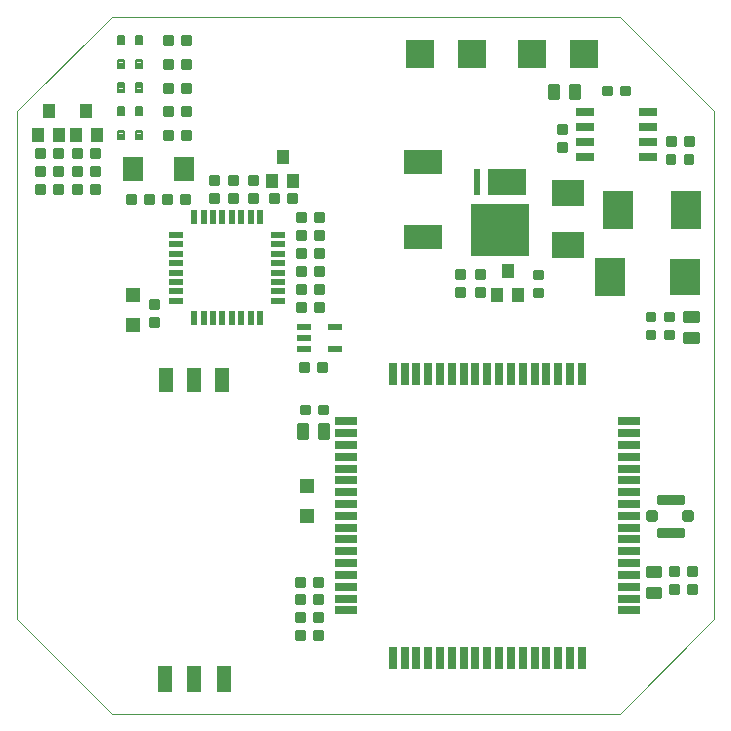
<source format=gtp>
G75*
%MOIN*%
%OFA0B0*%
%FSLAX24Y24*%
%IPPOS*%
%LPD*%
%AMOC8*
5,1,8,0,0,1.08239X$1,22.5*
%
%ADD10C,0.0000*%
%ADD11R,0.0260X0.0760*%
%ADD12R,0.0760X0.0260*%
%ADD13C,0.0088*%
%ADD14R,0.0472X0.0866*%
%ADD15R,0.0472X0.0787*%
%ADD16R,0.0600X0.0250*%
%ADD17R,0.1000X0.1200*%
%ADD18R,0.1000X0.1250*%
%ADD19C,0.0100*%
%ADD20R,0.0984X0.1260*%
%ADD21R,0.1080X0.0850*%
%ADD22C,0.0150*%
%ADD23C,0.0200*%
%ADD24R,0.0220X0.0500*%
%ADD25R,0.0500X0.0220*%
%ADD26R,0.1300X0.0800*%
%ADD27R,0.0240X0.0870*%
%ADD28R,0.1260X0.0866*%
%ADD29R,0.1969X0.1772*%
%ADD30R,0.0945X0.0945*%
%ADD31R,0.0472X0.0217*%
%ADD32R,0.0400X0.0450*%
%ADD33R,0.0500X0.0500*%
%ADD34C,0.0075*%
%ADD35R,0.0700X0.0800*%
D10*
X001579Y003519D02*
X001579Y020448D01*
X004728Y023597D01*
X021657Y023597D01*
X024807Y020448D01*
X024807Y003519D01*
X021657Y000369D01*
X004728Y000369D01*
X001579Y003519D01*
D11*
X014090Y002235D03*
X014484Y002235D03*
X014878Y002235D03*
X015272Y002235D03*
X015665Y002235D03*
X016059Y002235D03*
X016453Y002235D03*
X016846Y002235D03*
X017240Y002235D03*
X017634Y002235D03*
X018027Y002235D03*
X018421Y002235D03*
X018815Y002235D03*
X019209Y002235D03*
X019602Y002235D03*
X019996Y002235D03*
X020390Y002235D03*
X020390Y011684D03*
X019996Y011684D03*
X019602Y011684D03*
X019209Y011684D03*
X018815Y011684D03*
X018421Y011684D03*
X018027Y011684D03*
X017634Y011684D03*
X017240Y011684D03*
X016846Y011684D03*
X016453Y011684D03*
X016059Y011684D03*
X015665Y011684D03*
X015272Y011684D03*
X014878Y011684D03*
X014484Y011684D03*
X014090Y011684D03*
D12*
X012516Y010109D03*
X012516Y009715D03*
X012516Y009322D03*
X012516Y008928D03*
X012516Y008534D03*
X012516Y008141D03*
X012516Y007747D03*
X012516Y007353D03*
X012516Y006959D03*
X012516Y006566D03*
X012516Y006172D03*
X012516Y005778D03*
X012516Y005385D03*
X012516Y004991D03*
X012516Y004597D03*
X012516Y004204D03*
X012516Y003810D03*
X021964Y003810D03*
X021964Y004204D03*
X021964Y004597D03*
X021964Y004991D03*
X021964Y005385D03*
X021964Y005778D03*
X021964Y006172D03*
X021964Y006566D03*
X021964Y006959D03*
X021964Y007353D03*
X021964Y007747D03*
X021964Y008141D03*
X021964Y008534D03*
X021964Y008928D03*
X021964Y009322D03*
X021964Y009715D03*
X021964Y010109D03*
D13*
X022813Y012876D02*
X022813Y013138D01*
X022813Y012876D02*
X022551Y012876D01*
X022551Y013138D01*
X022813Y013138D01*
X022813Y012963D02*
X022551Y012963D01*
X022551Y013050D02*
X022813Y013050D01*
X022813Y013137D02*
X022551Y013137D01*
X022813Y013476D02*
X022813Y013738D01*
X022813Y013476D02*
X022551Y013476D01*
X022551Y013738D01*
X022813Y013738D01*
X022813Y013563D02*
X022551Y013563D01*
X022551Y013650D02*
X022813Y013650D01*
X022813Y013737D02*
X022551Y013737D01*
X023425Y013738D02*
X023425Y013476D01*
X023163Y013476D01*
X023163Y013738D01*
X023425Y013738D01*
X023425Y013563D02*
X023163Y013563D01*
X023163Y013650D02*
X023425Y013650D01*
X023425Y013737D02*
X023163Y013737D01*
X023425Y013138D02*
X023425Y012876D01*
X023163Y012876D01*
X023163Y013138D01*
X023425Y013138D01*
X023425Y012963D02*
X023163Y012963D01*
X023163Y013050D02*
X023425Y013050D01*
X023425Y013137D02*
X023163Y013137D01*
X019061Y014272D02*
X019061Y014534D01*
X019061Y014272D02*
X018799Y014272D01*
X018799Y014534D01*
X019061Y014534D01*
X019061Y014359D02*
X018799Y014359D01*
X018799Y014446D02*
X019061Y014446D01*
X019061Y014533D02*
X018799Y014533D01*
X019061Y014872D02*
X019061Y015134D01*
X019061Y014872D02*
X018799Y014872D01*
X018799Y015134D01*
X019061Y015134D01*
X019061Y014959D02*
X018799Y014959D01*
X018799Y015046D02*
X019061Y015046D01*
X019061Y015133D02*
X018799Y015133D01*
X016875Y015147D02*
X016875Y014885D01*
X016875Y015147D02*
X017137Y015147D01*
X017137Y014885D01*
X016875Y014885D01*
X016875Y014972D02*
X017137Y014972D01*
X017137Y015059D02*
X016875Y015059D01*
X016875Y015146D02*
X017137Y015146D01*
X016875Y014547D02*
X016875Y014285D01*
X016875Y014547D02*
X017137Y014547D01*
X017137Y014285D01*
X016875Y014285D01*
X016875Y014372D02*
X017137Y014372D01*
X017137Y014459D02*
X016875Y014459D01*
X016875Y014546D02*
X017137Y014546D01*
X016460Y014550D02*
X016460Y014288D01*
X016198Y014288D01*
X016198Y014550D01*
X016460Y014550D01*
X016460Y014375D02*
X016198Y014375D01*
X016198Y014462D02*
X016460Y014462D01*
X016460Y014549D02*
X016198Y014549D01*
X016460Y014888D02*
X016460Y015150D01*
X016460Y014888D02*
X016198Y014888D01*
X016198Y015150D01*
X016460Y015150D01*
X016460Y014975D02*
X016198Y014975D01*
X016198Y015062D02*
X016460Y015062D01*
X016460Y015149D02*
X016198Y015149D01*
X011760Y015250D02*
X011498Y015250D01*
X011760Y015250D02*
X011760Y014988D01*
X011498Y014988D01*
X011498Y015250D01*
X011498Y015075D02*
X011760Y015075D01*
X011760Y015162D02*
X011498Y015162D01*
X011498Y015249D02*
X011760Y015249D01*
X011769Y015582D02*
X011507Y015582D01*
X011507Y015844D01*
X011769Y015844D01*
X011769Y015582D01*
X011769Y015669D02*
X011507Y015669D01*
X011507Y015756D02*
X011769Y015756D01*
X011769Y015843D02*
X011507Y015843D01*
X011169Y015582D02*
X010907Y015582D01*
X010907Y015844D01*
X011169Y015844D01*
X011169Y015582D01*
X011169Y015669D02*
X010907Y015669D01*
X010907Y015756D02*
X011169Y015756D01*
X011169Y015843D02*
X010907Y015843D01*
X010898Y016450D02*
X011160Y016450D01*
X011160Y016188D01*
X010898Y016188D01*
X010898Y016450D01*
X010898Y016275D02*
X011160Y016275D01*
X011160Y016362D02*
X010898Y016362D01*
X010898Y016449D02*
X011160Y016449D01*
X011498Y016450D02*
X011760Y016450D01*
X011760Y016188D01*
X011498Y016188D01*
X011498Y016450D01*
X011498Y016275D02*
X011760Y016275D01*
X011760Y016362D02*
X011498Y016362D01*
X011498Y016449D02*
X011760Y016449D01*
X011755Y017051D02*
X011493Y017051D01*
X011755Y017051D02*
X011755Y016789D01*
X011493Y016789D01*
X011493Y017051D01*
X011493Y016876D02*
X011755Y016876D01*
X011755Y016963D02*
X011493Y016963D01*
X011493Y017050D02*
X011755Y017050D01*
X011155Y017051D02*
X010893Y017051D01*
X011155Y017051D02*
X011155Y016789D01*
X010893Y016789D01*
X010893Y017051D01*
X010893Y016876D02*
X011155Y016876D01*
X011155Y016963D02*
X010893Y016963D01*
X010893Y017050D02*
X011155Y017050D01*
X010858Y017680D02*
X010596Y017680D01*
X010858Y017680D02*
X010858Y017418D01*
X010596Y017418D01*
X010596Y017680D01*
X010596Y017505D02*
X010858Y017505D01*
X010858Y017592D02*
X010596Y017592D01*
X010596Y017679D02*
X010858Y017679D01*
X010258Y017680D02*
X009996Y017680D01*
X010258Y017680D02*
X010258Y017418D01*
X009996Y017418D01*
X009996Y017680D01*
X009996Y017505D02*
X010258Y017505D01*
X010258Y017592D02*
X009996Y017592D01*
X009996Y017679D02*
X010258Y017679D01*
X009298Y017700D02*
X009298Y017438D01*
X009298Y017700D02*
X009560Y017700D01*
X009560Y017438D01*
X009298Y017438D01*
X009298Y017525D02*
X009560Y017525D01*
X009560Y017612D02*
X009298Y017612D01*
X009298Y017699D02*
X009560Y017699D01*
X009298Y018038D02*
X009298Y018300D01*
X009560Y018300D01*
X009560Y018038D01*
X009298Y018038D01*
X009298Y018125D02*
X009560Y018125D01*
X009560Y018212D02*
X009298Y018212D01*
X009298Y018299D02*
X009560Y018299D01*
X008648Y018300D02*
X008648Y018038D01*
X008648Y018300D02*
X008910Y018300D01*
X008910Y018038D01*
X008648Y018038D01*
X008648Y018125D02*
X008910Y018125D01*
X008910Y018212D02*
X008648Y018212D01*
X008648Y018299D02*
X008910Y018299D01*
X007998Y018300D02*
X007998Y018038D01*
X007998Y018300D02*
X008260Y018300D01*
X008260Y018038D01*
X007998Y018038D01*
X007998Y018125D02*
X008260Y018125D01*
X008260Y018212D02*
X007998Y018212D01*
X007998Y018299D02*
X008260Y018299D01*
X007998Y017700D02*
X007998Y017438D01*
X007998Y017700D02*
X008260Y017700D01*
X008260Y017438D01*
X007998Y017438D01*
X007998Y017525D02*
X008260Y017525D01*
X008260Y017612D02*
X007998Y017612D01*
X007998Y017699D02*
X008260Y017699D01*
X008648Y017700D02*
X008648Y017438D01*
X008648Y017700D02*
X008910Y017700D01*
X008910Y017438D01*
X008648Y017438D01*
X008648Y017525D02*
X008910Y017525D01*
X008910Y017612D02*
X008648Y017612D01*
X008648Y017699D02*
X008910Y017699D01*
X007310Y017388D02*
X007048Y017388D01*
X007048Y017650D01*
X007310Y017650D01*
X007310Y017388D01*
X007310Y017475D02*
X007048Y017475D01*
X007048Y017562D02*
X007310Y017562D01*
X007310Y017649D02*
X007048Y017649D01*
X006710Y017388D02*
X006448Y017388D01*
X006448Y017650D01*
X006710Y017650D01*
X006710Y017388D01*
X006710Y017475D02*
X006448Y017475D01*
X006448Y017562D02*
X006710Y017562D01*
X006710Y017649D02*
X006448Y017649D01*
X006110Y017650D02*
X005848Y017650D01*
X006110Y017650D02*
X006110Y017388D01*
X005848Y017388D01*
X005848Y017650D01*
X005848Y017475D02*
X006110Y017475D01*
X006110Y017562D02*
X005848Y017562D01*
X005848Y017649D02*
X006110Y017649D01*
X005510Y017650D02*
X005248Y017650D01*
X005510Y017650D02*
X005510Y017388D01*
X005248Y017388D01*
X005248Y017650D01*
X005248Y017475D02*
X005510Y017475D01*
X005510Y017562D02*
X005248Y017562D01*
X005248Y017649D02*
X005510Y017649D01*
X004305Y017730D02*
X004043Y017730D01*
X004043Y017992D01*
X004305Y017992D01*
X004305Y017730D01*
X004305Y017817D02*
X004043Y017817D01*
X004043Y017904D02*
X004305Y017904D01*
X004305Y017991D02*
X004043Y017991D01*
X003705Y017730D02*
X003443Y017730D01*
X003443Y017992D01*
X003705Y017992D01*
X003705Y017730D01*
X003705Y017817D02*
X003443Y017817D01*
X003443Y017904D02*
X003705Y017904D01*
X003705Y017991D02*
X003443Y017991D01*
X003448Y018338D02*
X003710Y018338D01*
X003448Y018338D02*
X003448Y018600D01*
X003710Y018600D01*
X003710Y018338D01*
X003710Y018425D02*
X003448Y018425D01*
X003448Y018512D02*
X003710Y018512D01*
X003710Y018599D02*
X003448Y018599D01*
X003445Y019172D02*
X003707Y019172D01*
X003707Y018910D01*
X003445Y018910D01*
X003445Y019172D01*
X003445Y018997D02*
X003707Y018997D01*
X003707Y019084D02*
X003445Y019084D01*
X003445Y019171D02*
X003707Y019171D01*
X004045Y019172D02*
X004307Y019172D01*
X004307Y018910D01*
X004045Y018910D01*
X004045Y019172D01*
X004045Y018997D02*
X004307Y018997D01*
X004307Y019084D02*
X004045Y019084D01*
X004045Y019171D02*
X004307Y019171D01*
X004310Y018338D02*
X004048Y018338D01*
X004048Y018600D01*
X004310Y018600D01*
X004310Y018338D01*
X004310Y018425D02*
X004048Y018425D01*
X004048Y018512D02*
X004310Y018512D01*
X004310Y018599D02*
X004048Y018599D01*
X003060Y018338D02*
X002798Y018338D01*
X002798Y018600D01*
X003060Y018600D01*
X003060Y018338D01*
X003060Y018425D02*
X002798Y018425D01*
X002798Y018512D02*
X003060Y018512D01*
X003060Y018599D02*
X002798Y018599D01*
X002792Y019172D02*
X003054Y019172D01*
X003054Y018910D01*
X002792Y018910D01*
X002792Y019172D01*
X002792Y018997D02*
X003054Y018997D01*
X003054Y019084D02*
X002792Y019084D01*
X002792Y019171D02*
X003054Y019171D01*
X002454Y019172D02*
X002192Y019172D01*
X002454Y019172D02*
X002454Y018910D01*
X002192Y018910D01*
X002192Y019172D01*
X002192Y018997D02*
X002454Y018997D01*
X002454Y019084D02*
X002192Y019084D01*
X002192Y019171D02*
X002454Y019171D01*
X002460Y018338D02*
X002198Y018338D01*
X002198Y018600D01*
X002460Y018600D01*
X002460Y018338D01*
X002460Y018425D02*
X002198Y018425D01*
X002198Y018512D02*
X002460Y018512D01*
X002460Y018599D02*
X002198Y018599D01*
X002198Y018000D02*
X002460Y018000D01*
X002460Y017738D01*
X002198Y017738D01*
X002198Y018000D01*
X002198Y017825D02*
X002460Y017825D01*
X002460Y017912D02*
X002198Y017912D01*
X002198Y017999D02*
X002460Y017999D01*
X002798Y018000D02*
X003060Y018000D01*
X003060Y017738D01*
X002798Y017738D01*
X002798Y018000D01*
X002798Y017825D02*
X003060Y017825D01*
X003060Y017912D02*
X002798Y017912D01*
X002798Y017999D02*
X003060Y017999D01*
X006466Y019791D02*
X006728Y019791D01*
X006728Y019529D01*
X006466Y019529D01*
X006466Y019791D01*
X006466Y019616D02*
X006728Y019616D01*
X006728Y019703D02*
X006466Y019703D01*
X006466Y019790D02*
X006728Y019790D01*
X007066Y019791D02*
X007328Y019791D01*
X007328Y019529D01*
X007066Y019529D01*
X007066Y019791D01*
X007066Y019616D02*
X007328Y019616D01*
X007328Y019703D02*
X007066Y019703D01*
X007066Y019790D02*
X007328Y019790D01*
X007328Y020579D02*
X007066Y020579D01*
X007328Y020579D02*
X007328Y020317D01*
X007066Y020317D01*
X007066Y020579D01*
X007066Y020404D02*
X007328Y020404D01*
X007328Y020491D02*
X007066Y020491D01*
X007066Y020578D02*
X007328Y020578D01*
X007328Y021366D02*
X007066Y021366D01*
X007328Y021366D02*
X007328Y021104D01*
X007066Y021104D01*
X007066Y021366D01*
X007066Y021191D02*
X007328Y021191D01*
X007328Y021278D02*
X007066Y021278D01*
X007066Y021365D02*
X007328Y021365D01*
X007328Y021891D02*
X007066Y021891D01*
X007066Y022153D01*
X007328Y022153D01*
X007328Y021891D01*
X007328Y021978D02*
X007066Y021978D01*
X007066Y022065D02*
X007328Y022065D01*
X007328Y022152D02*
X007066Y022152D01*
X006728Y021891D02*
X006466Y021891D01*
X006466Y022153D01*
X006728Y022153D01*
X006728Y021891D01*
X006728Y021978D02*
X006466Y021978D01*
X006466Y022065D02*
X006728Y022065D01*
X006728Y022152D02*
X006466Y022152D01*
X006466Y022679D02*
X006728Y022679D01*
X006466Y022679D02*
X006466Y022941D01*
X006728Y022941D01*
X006728Y022679D01*
X006728Y022766D02*
X006466Y022766D01*
X006466Y022853D02*
X006728Y022853D01*
X006728Y022940D02*
X006466Y022940D01*
X007066Y022679D02*
X007328Y022679D01*
X007066Y022679D02*
X007066Y022941D01*
X007328Y022941D01*
X007328Y022679D01*
X007328Y022766D02*
X007066Y022766D01*
X007066Y022853D02*
X007328Y022853D01*
X007328Y022940D02*
X007066Y022940D01*
X006728Y021366D02*
X006466Y021366D01*
X006728Y021366D02*
X006728Y021104D01*
X006466Y021104D01*
X006466Y021366D01*
X006466Y021191D02*
X006728Y021191D01*
X006728Y021278D02*
X006466Y021278D01*
X006466Y021365D02*
X006728Y021365D01*
X006728Y020579D02*
X006466Y020579D01*
X006728Y020579D02*
X006728Y020317D01*
X006466Y020317D01*
X006466Y020579D01*
X006466Y020404D02*
X006728Y020404D01*
X006728Y020491D02*
X006466Y020491D01*
X006466Y020578D02*
X006728Y020578D01*
X010898Y015250D02*
X011160Y015250D01*
X011160Y014988D01*
X010898Y014988D01*
X010898Y015250D01*
X010898Y015075D02*
X011160Y015075D01*
X011160Y015162D02*
X010898Y015162D01*
X010898Y015249D02*
X011160Y015249D01*
X011165Y014643D02*
X010903Y014643D01*
X011165Y014643D02*
X011165Y014381D01*
X010903Y014381D01*
X010903Y014643D01*
X010903Y014468D02*
X011165Y014468D01*
X011165Y014555D02*
X010903Y014555D01*
X010903Y014642D02*
X011165Y014642D01*
X011503Y014643D02*
X011765Y014643D01*
X011765Y014381D01*
X011503Y014381D01*
X011503Y014643D01*
X011503Y014468D02*
X011765Y014468D01*
X011765Y014555D02*
X011503Y014555D01*
X011503Y014642D02*
X011765Y014642D01*
X011765Y013787D02*
X011503Y013787D01*
X011503Y014049D01*
X011765Y014049D01*
X011765Y013787D01*
X011765Y013874D02*
X011503Y013874D01*
X011503Y013961D02*
X011765Y013961D01*
X011765Y014048D02*
X011503Y014048D01*
X011165Y013787D02*
X010903Y013787D01*
X010903Y014049D01*
X011165Y014049D01*
X011165Y013787D01*
X011165Y013874D02*
X010903Y013874D01*
X010903Y013961D02*
X011165Y013961D01*
X011165Y014048D02*
X010903Y014048D01*
X010998Y011788D02*
X011260Y011788D01*
X010998Y011788D02*
X010998Y012050D01*
X011260Y012050D01*
X011260Y011788D01*
X011260Y011875D02*
X010998Y011875D01*
X010998Y011962D02*
X011260Y011962D01*
X011260Y012049D02*
X010998Y012049D01*
X011598Y011788D02*
X011860Y011788D01*
X011598Y011788D02*
X011598Y012050D01*
X011860Y012050D01*
X011860Y011788D01*
X011860Y011875D02*
X011598Y011875D01*
X011598Y011962D02*
X011860Y011962D01*
X011860Y012049D02*
X011598Y012049D01*
X011629Y010638D02*
X011891Y010638D01*
X011891Y010376D01*
X011629Y010376D01*
X011629Y010638D01*
X011629Y010463D02*
X011891Y010463D01*
X011891Y010550D02*
X011629Y010550D01*
X011629Y010637D02*
X011891Y010637D01*
X011291Y010638D02*
X011029Y010638D01*
X011291Y010638D02*
X011291Y010376D01*
X011029Y010376D01*
X011029Y010638D01*
X011029Y010463D02*
X011291Y010463D01*
X011291Y010550D02*
X011029Y010550D01*
X011029Y010637D02*
X011291Y010637D01*
X005998Y013288D02*
X005998Y013550D01*
X006260Y013550D01*
X006260Y013288D01*
X005998Y013288D01*
X005998Y013375D02*
X006260Y013375D01*
X006260Y013462D02*
X005998Y013462D01*
X005998Y013549D02*
X006260Y013549D01*
X005998Y013888D02*
X005998Y014150D01*
X006260Y014150D01*
X006260Y013888D01*
X005998Y013888D01*
X005998Y013975D02*
X006260Y013975D01*
X006260Y014062D02*
X005998Y014062D01*
X005998Y014149D02*
X006260Y014149D01*
X010872Y004897D02*
X011134Y004897D01*
X011134Y004635D01*
X010872Y004635D01*
X010872Y004897D01*
X010872Y004722D02*
X011134Y004722D01*
X011134Y004809D02*
X010872Y004809D01*
X010872Y004896D02*
X011134Y004896D01*
X011472Y004897D02*
X011734Y004897D01*
X011734Y004635D01*
X011472Y004635D01*
X011472Y004897D01*
X011472Y004722D02*
X011734Y004722D01*
X011734Y004809D02*
X011472Y004809D01*
X011472Y004896D02*
X011734Y004896D01*
X011727Y004054D02*
X011465Y004054D01*
X011465Y004316D01*
X011727Y004316D01*
X011727Y004054D01*
X011727Y004141D02*
X011465Y004141D01*
X011465Y004228D02*
X011727Y004228D01*
X011727Y004315D02*
X011465Y004315D01*
X011127Y004054D02*
X010865Y004054D01*
X010865Y004316D01*
X011127Y004316D01*
X011127Y004054D01*
X011127Y004141D02*
X010865Y004141D01*
X010865Y004228D02*
X011127Y004228D01*
X011127Y004315D02*
X010865Y004315D01*
X010865Y003466D02*
X011127Y003466D01*
X010865Y003466D02*
X010865Y003728D01*
X011127Y003728D01*
X011127Y003466D01*
X011127Y003553D02*
X010865Y003553D01*
X010865Y003640D02*
X011127Y003640D01*
X011127Y003727D02*
X010865Y003727D01*
X010859Y002865D02*
X011121Y002865D01*
X010859Y002865D02*
X010859Y003127D01*
X011121Y003127D01*
X011121Y002865D01*
X011121Y002952D02*
X010859Y002952D01*
X010859Y003039D02*
X011121Y003039D01*
X011121Y003126D02*
X010859Y003126D01*
X011459Y002865D02*
X011721Y002865D01*
X011459Y002865D02*
X011459Y003127D01*
X011721Y003127D01*
X011721Y002865D01*
X011721Y002952D02*
X011459Y002952D01*
X011459Y003039D02*
X011721Y003039D01*
X011721Y003126D02*
X011459Y003126D01*
X011465Y003466D02*
X011727Y003466D01*
X011465Y003466D02*
X011465Y003728D01*
X011727Y003728D01*
X011727Y003466D01*
X011727Y003553D02*
X011465Y003553D01*
X011465Y003640D02*
X011727Y003640D01*
X011727Y003727D02*
X011465Y003727D01*
X023610Y004388D02*
X023610Y004650D01*
X023610Y004388D02*
X023348Y004388D01*
X023348Y004650D01*
X023610Y004650D01*
X023610Y004475D02*
X023348Y004475D01*
X023348Y004562D02*
X023610Y004562D01*
X023610Y004649D02*
X023348Y004649D01*
X023610Y004988D02*
X023610Y005250D01*
X023610Y004988D02*
X023348Y004988D01*
X023348Y005250D01*
X023610Y005250D01*
X023610Y005075D02*
X023348Y005075D01*
X023348Y005162D02*
X023610Y005162D01*
X023610Y005249D02*
X023348Y005249D01*
X024210Y005250D02*
X024210Y004988D01*
X023948Y004988D01*
X023948Y005250D01*
X024210Y005250D01*
X024210Y005075D02*
X023948Y005075D01*
X023948Y005162D02*
X024210Y005162D01*
X024210Y005249D02*
X023948Y005249D01*
X024210Y004650D02*
X024210Y004388D01*
X023948Y004388D01*
X023948Y004650D01*
X024210Y004650D01*
X024210Y004475D02*
X023948Y004475D01*
X023948Y004562D02*
X024210Y004562D01*
X024210Y004649D02*
X023948Y004649D01*
X024080Y018714D02*
X023818Y018714D01*
X023818Y018976D01*
X024080Y018976D01*
X024080Y018714D01*
X024080Y018801D02*
X023818Y018801D01*
X023818Y018888D02*
X024080Y018888D01*
X024080Y018975D02*
X023818Y018975D01*
X023480Y018714D02*
X023218Y018714D01*
X023218Y018976D01*
X023480Y018976D01*
X023480Y018714D01*
X023480Y018801D02*
X023218Y018801D01*
X023218Y018888D02*
X023480Y018888D01*
X023480Y018975D02*
X023218Y018975D01*
X023226Y019326D02*
X023488Y019326D01*
X023226Y019326D02*
X023226Y019588D01*
X023488Y019588D01*
X023488Y019326D01*
X023488Y019413D02*
X023226Y019413D01*
X023226Y019500D02*
X023488Y019500D01*
X023488Y019587D02*
X023226Y019587D01*
X023826Y019326D02*
X024088Y019326D01*
X023826Y019326D02*
X023826Y019588D01*
X024088Y019588D01*
X024088Y019326D01*
X024088Y019413D02*
X023826Y019413D01*
X023826Y019500D02*
X024088Y019500D01*
X024088Y019587D02*
X023826Y019587D01*
X021968Y021270D02*
X021706Y021270D01*
X021968Y021270D02*
X021968Y021008D01*
X021706Y021008D01*
X021706Y021270D01*
X021706Y021095D02*
X021968Y021095D01*
X021968Y021182D02*
X021706Y021182D01*
X021706Y021269D02*
X021968Y021269D01*
X021368Y021270D02*
X021106Y021270D01*
X021368Y021270D02*
X021368Y021008D01*
X021106Y021008D01*
X021106Y021270D01*
X021106Y021095D02*
X021368Y021095D01*
X021368Y021182D02*
X021106Y021182D01*
X021106Y021269D02*
X021368Y021269D01*
X019858Y019990D02*
X019858Y019728D01*
X019596Y019728D01*
X019596Y019990D01*
X019858Y019990D01*
X019858Y019815D02*
X019596Y019815D01*
X019596Y019902D02*
X019858Y019902D01*
X019858Y019989D02*
X019596Y019989D01*
X019858Y019390D02*
X019858Y019128D01*
X019596Y019128D01*
X019596Y019390D01*
X019858Y019390D01*
X019858Y019215D02*
X019596Y019215D01*
X019596Y019302D02*
X019858Y019302D01*
X019858Y019389D02*
X019596Y019389D01*
D14*
X008472Y001535D03*
X007449Y001519D03*
X006484Y001535D03*
D15*
X006516Y011476D03*
X007476Y011484D03*
X008405Y011484D03*
D16*
X020514Y018919D03*
X020514Y019419D03*
X020514Y019919D03*
X020514Y020419D03*
X022614Y020419D03*
X022614Y019919D03*
X022614Y019419D03*
X022614Y018919D03*
D17*
X023848Y014917D03*
D18*
X021348Y014917D03*
D19*
X024257Y013757D02*
X024257Y013457D01*
X023807Y013457D01*
X023807Y013757D01*
X024257Y013757D01*
X024257Y013556D02*
X023807Y013556D01*
X023807Y013655D02*
X024257Y013655D01*
X024257Y013754D02*
X023807Y013754D01*
X024257Y013057D02*
X024257Y012757D01*
X023807Y012757D01*
X023807Y013057D01*
X024257Y013057D01*
X024257Y012856D02*
X023807Y012856D01*
X023807Y012955D02*
X024257Y012955D01*
X024257Y013054D02*
X023807Y013054D01*
X023004Y005269D02*
X023004Y004969D01*
X022554Y004969D01*
X022554Y005269D01*
X023004Y005269D01*
X023004Y005068D02*
X022554Y005068D01*
X022554Y005167D02*
X023004Y005167D01*
X023004Y005266D02*
X022554Y005266D01*
X023004Y004569D02*
X023004Y004269D01*
X022554Y004269D01*
X022554Y004569D01*
X023004Y004569D01*
X023004Y004368D02*
X022554Y004368D01*
X022554Y004467D02*
X023004Y004467D01*
X023004Y004566D02*
X022554Y004566D01*
X011932Y010018D02*
X011632Y010018D01*
X011932Y010018D02*
X011932Y009568D01*
X011632Y009568D01*
X011632Y010018D01*
X011632Y009667D02*
X011932Y009667D01*
X011932Y009766D02*
X011632Y009766D01*
X011632Y009865D02*
X011932Y009865D01*
X011932Y009964D02*
X011632Y009964D01*
X011232Y010018D02*
X010932Y010018D01*
X011232Y010018D02*
X011232Y009568D01*
X010932Y009568D01*
X010932Y010018D01*
X010932Y009667D02*
X011232Y009667D01*
X011232Y009766D02*
X010932Y009766D01*
X010932Y009865D02*
X011232Y009865D01*
X011232Y009964D02*
X010932Y009964D01*
X019282Y020886D02*
X019582Y020886D01*
X019282Y020886D02*
X019282Y021336D01*
X019582Y021336D01*
X019582Y020886D01*
X019582Y020985D02*
X019282Y020985D01*
X019282Y021084D02*
X019582Y021084D01*
X019582Y021183D02*
X019282Y021183D01*
X019282Y021282D02*
X019582Y021282D01*
X019982Y020886D02*
X020282Y020886D01*
X019982Y020886D02*
X019982Y021336D01*
X020282Y021336D01*
X020282Y020886D01*
X020282Y020985D02*
X019982Y020985D01*
X019982Y021084D02*
X020282Y021084D01*
X020282Y021183D02*
X019982Y021183D01*
X019982Y021282D02*
X020282Y021282D01*
D20*
X021609Y017166D03*
X023853Y017166D03*
D21*
X019916Y017726D03*
X019916Y015985D03*
D22*
X022971Y007434D02*
X023721Y007434D01*
X022971Y007434D02*
X022971Y007584D01*
X023721Y007584D01*
X023721Y007434D01*
X023721Y007583D02*
X022971Y007583D01*
X022971Y006334D02*
X023721Y006334D01*
X022971Y006334D02*
X022971Y006484D01*
X023721Y006484D01*
X023721Y006334D01*
X023721Y006483D02*
X022971Y006483D01*
D23*
X022846Y007059D02*
X022646Y007059D01*
X022846Y007059D02*
X022846Y006859D01*
X022646Y006859D01*
X022646Y007059D01*
X022646Y007058D02*
X022846Y007058D01*
X023846Y007059D02*
X024046Y007059D01*
X024046Y006859D01*
X023846Y006859D01*
X023846Y007059D01*
X023846Y007058D02*
X024046Y007058D01*
D24*
X009672Y013539D03*
X009357Y013539D03*
X009042Y013539D03*
X008727Y013539D03*
X008412Y013539D03*
X008097Y013539D03*
X007783Y013539D03*
X007468Y013539D03*
X007468Y016919D03*
X007783Y016919D03*
X008097Y016919D03*
X008412Y016919D03*
X008727Y016919D03*
X009042Y016919D03*
X009357Y016919D03*
X009672Y016919D03*
D25*
X010260Y016331D03*
X010260Y016016D03*
X010260Y015701D03*
X010260Y015386D03*
X010260Y015071D03*
X010260Y014756D03*
X010260Y014441D03*
X010260Y014126D03*
X006880Y014126D03*
X006880Y014441D03*
X006880Y014756D03*
X006880Y015071D03*
X006880Y015386D03*
X006880Y015701D03*
X006880Y016016D03*
X006880Y016331D03*
D26*
X015111Y016250D03*
X015111Y018750D03*
D27*
X016914Y018100D03*
D28*
X017901Y018093D03*
D29*
X017664Y016479D03*
D30*
X016736Y022369D03*
X015004Y022369D03*
X018721Y022371D03*
X020453Y022371D03*
D31*
X012163Y013263D03*
X012163Y012515D03*
X011140Y012515D03*
X011140Y012889D03*
X011140Y013263D03*
D32*
X010779Y018119D03*
X010079Y018119D03*
X010429Y018919D03*
X004229Y019669D03*
X003529Y019669D03*
X002979Y019669D03*
X002279Y019669D03*
X002629Y020469D03*
X003879Y020469D03*
X017579Y014319D03*
X018279Y014319D03*
X017929Y015119D03*
D33*
X011229Y007969D03*
X011229Y006969D03*
X005429Y013319D03*
X005429Y014319D03*
D34*
X005516Y019522D02*
X005742Y019522D01*
X005516Y019522D02*
X005516Y019798D01*
X005742Y019798D01*
X005742Y019522D01*
X005742Y019596D02*
X005516Y019596D01*
X005516Y019670D02*
X005742Y019670D01*
X005742Y019744D02*
X005516Y019744D01*
X005142Y019522D02*
X004916Y019522D01*
X004916Y019798D01*
X005142Y019798D01*
X005142Y019522D01*
X005142Y019596D02*
X004916Y019596D01*
X004916Y019670D02*
X005142Y019670D01*
X005142Y019744D02*
X004916Y019744D01*
X004916Y020310D02*
X005142Y020310D01*
X004916Y020310D02*
X004916Y020586D01*
X005142Y020586D01*
X005142Y020310D01*
X005142Y020384D02*
X004916Y020384D01*
X004916Y020458D02*
X005142Y020458D01*
X005142Y020532D02*
X004916Y020532D01*
X004916Y021097D02*
X005142Y021097D01*
X004916Y021097D02*
X004916Y021373D01*
X005142Y021373D01*
X005142Y021097D01*
X005142Y021171D02*
X004916Y021171D01*
X004916Y021245D02*
X005142Y021245D01*
X005142Y021319D02*
X004916Y021319D01*
X004916Y021884D02*
X005142Y021884D01*
X004916Y021884D02*
X004916Y022160D01*
X005142Y022160D01*
X005142Y021884D01*
X005142Y021958D02*
X004916Y021958D01*
X004916Y022032D02*
X005142Y022032D01*
X005142Y022106D02*
X004916Y022106D01*
X004916Y022672D02*
X005142Y022672D01*
X004916Y022672D02*
X004916Y022948D01*
X005142Y022948D01*
X005142Y022672D01*
X005142Y022746D02*
X004916Y022746D01*
X004916Y022820D02*
X005142Y022820D01*
X005142Y022894D02*
X004916Y022894D01*
X005516Y022672D02*
X005742Y022672D01*
X005516Y022672D02*
X005516Y022948D01*
X005742Y022948D01*
X005742Y022672D01*
X005742Y022746D02*
X005516Y022746D01*
X005516Y022820D02*
X005742Y022820D01*
X005742Y022894D02*
X005516Y022894D01*
X005516Y021884D02*
X005742Y021884D01*
X005516Y021884D02*
X005516Y022160D01*
X005742Y022160D01*
X005742Y021884D01*
X005742Y021958D02*
X005516Y021958D01*
X005516Y022032D02*
X005742Y022032D01*
X005742Y022106D02*
X005516Y022106D01*
X005516Y021097D02*
X005742Y021097D01*
X005516Y021097D02*
X005516Y021373D01*
X005742Y021373D01*
X005742Y021097D01*
X005742Y021171D02*
X005516Y021171D01*
X005516Y021245D02*
X005742Y021245D01*
X005742Y021319D02*
X005516Y021319D01*
X005516Y020310D02*
X005742Y020310D01*
X005516Y020310D02*
X005516Y020586D01*
X005742Y020586D01*
X005742Y020310D01*
X005742Y020384D02*
X005516Y020384D01*
X005516Y020458D02*
X005742Y020458D01*
X005742Y020532D02*
X005516Y020532D01*
D35*
X005429Y018519D03*
X007129Y018519D03*
M02*

</source>
